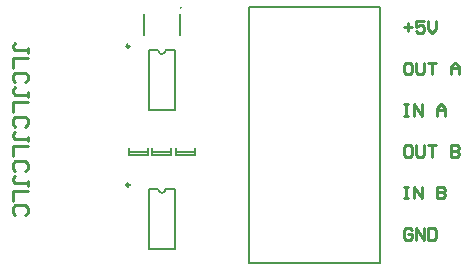
<source format=gto>
G04*
G04 #@! TF.GenerationSoftware,Altium Limited,Altium Designer,18.1.7 (191)*
G04*
G04 Layer_Color=65535*
%FSLAX44Y44*%
%MOMM*%
G71*
G01*
G75*
%ADD10C,0.2500*%
%ADD11C,0.2000*%
%ADD12C,0.1500*%
%ADD13C,0.2540*%
D10*
X1877500Y1296400D02*
G03*
X1877500Y1296400I-1250J0D01*
G01*
Y1413900D02*
G03*
X1877500Y1413900I-1250J0D01*
G01*
D11*
X1901825Y1292850D02*
G03*
X1908175Y1292850I3175J0D01*
G01*
X1901825Y1410350D02*
G03*
X1908175Y1410350I3175J0D01*
G01*
X1921500Y1446500D02*
G03*
X1921500Y1446500I-500J0D01*
G01*
X1979000Y1447000D02*
X2090000D01*
X1979000Y1230000D02*
X2090000D01*
Y1447000D01*
X1979000Y1230000D02*
Y1447000D01*
X1917000Y1322000D02*
Y1328000D01*
X1933000Y1322000D02*
Y1328000D01*
X1917000Y1322000D02*
X1933000D01*
X1917000Y1323900D02*
X1933000D01*
X1897000Y1322000D02*
Y1328000D01*
X1913000Y1322000D02*
Y1328000D01*
X1897000Y1322000D02*
X1913000D01*
X1897000Y1323900D02*
X1913000D01*
X1877000Y1322000D02*
Y1328000D01*
X1893000Y1322000D02*
Y1328000D01*
X1877000Y1322000D02*
X1893000D01*
X1877000Y1323900D02*
X1893000D01*
X1893850Y1242050D02*
Y1292850D01*
Y1242050D02*
X1916150D01*
Y1292850D01*
X1908175D02*
X1916150D01*
X1893850D02*
X1901825D01*
X1893850Y1359550D02*
Y1410350D01*
Y1359550D02*
X1916150D01*
Y1410350D01*
X1908175D02*
X1916150D01*
X1893850D02*
X1901825D01*
D12*
X1889500Y1441500D02*
X1890000D01*
X1889500Y1423500D02*
X1890000D01*
X1920000Y1441500D02*
X1920500D01*
X1920000Y1423500D02*
X1920500D01*
Y1441500D01*
X1889500Y1423500D02*
Y1441500D01*
D13*
X2110040Y1430000D02*
X2116705D01*
X2113372Y1433332D02*
Y1426668D01*
X2126701Y1434998D02*
X2120037D01*
Y1430000D01*
X2123369Y1431666D01*
X2125035D01*
X2126701Y1430000D01*
Y1426668D01*
X2125035Y1425002D01*
X2121703D01*
X2120037Y1426668D01*
X2130034Y1434998D02*
Y1428334D01*
X2133366Y1425002D01*
X2136698Y1428334D01*
Y1434998D01*
X1791248Y1408151D02*
Y1412316D01*
Y1410234D01*
X1780835D01*
X1778752Y1412316D01*
Y1414399D01*
X1780835Y1416482D01*
X1791248Y1403986D02*
X1778752D01*
Y1395655D01*
X1789165Y1383159D02*
X1791248Y1385242D01*
Y1389407D01*
X1789165Y1391490D01*
X1780835D01*
X1778752Y1389407D01*
Y1385242D01*
X1780835Y1383159D01*
X1791248Y1370663D02*
Y1374829D01*
Y1372746D01*
X1780835D01*
X1778752Y1374829D01*
Y1376911D01*
X1780835Y1378994D01*
X1791248Y1366498D02*
X1778752D01*
Y1358167D01*
X1789165Y1345671D02*
X1791248Y1347754D01*
Y1351919D01*
X1789165Y1354002D01*
X1780835D01*
X1778752Y1351919D01*
Y1347754D01*
X1780835Y1345671D01*
X1791248Y1333175D02*
Y1337341D01*
Y1335258D01*
X1780835D01*
X1778752Y1337341D01*
Y1339423D01*
X1780835Y1341506D01*
X1791248Y1329010D02*
X1778752D01*
Y1320679D01*
X1789165Y1308183D02*
X1791248Y1310266D01*
Y1314431D01*
X1789165Y1316514D01*
X1780835D01*
X1778752Y1314431D01*
Y1310266D01*
X1780835Y1308183D01*
X1791248Y1295688D02*
Y1299853D01*
Y1297770D01*
X1780835D01*
X1778752Y1299853D01*
Y1301935D01*
X1780835Y1304018D01*
X1791248Y1291522D02*
X1778752D01*
Y1283192D01*
X1789165Y1270696D02*
X1791248Y1272778D01*
Y1276944D01*
X1789165Y1279026D01*
X1780835D01*
X1778752Y1276944D01*
Y1272778D01*
X1780835Y1270696D01*
X2116705Y1258332D02*
X2115038Y1259998D01*
X2111706D01*
X2110040Y1258332D01*
Y1251668D01*
X2111706Y1250002D01*
X2115038D01*
X2116705Y1251668D01*
Y1255000D01*
X2113372D01*
X2120037Y1250002D02*
Y1259998D01*
X2126701Y1250002D01*
Y1259998D01*
X2130034D02*
Y1250002D01*
X2135032D01*
X2136698Y1251668D01*
Y1258332D01*
X2135032Y1259998D01*
X2130034D01*
X2115038Y1329998D02*
X2111706D01*
X2110040Y1328332D01*
Y1321668D01*
X2111706Y1320002D01*
X2115038D01*
X2116705Y1321668D01*
Y1328332D01*
X2115038Y1329998D01*
X2120037D02*
Y1321668D01*
X2121703Y1320002D01*
X2125035D01*
X2126701Y1321668D01*
Y1329998D01*
X2130034D02*
X2136698D01*
X2133366D01*
Y1320002D01*
X2150027Y1329998D02*
Y1320002D01*
X2155025D01*
X2156692Y1321668D01*
Y1323334D01*
X2155025Y1325000D01*
X2150027D01*
X2155025D01*
X2156692Y1326666D01*
Y1328332D01*
X2155025Y1329998D01*
X2150027D01*
X2110040Y1364998D02*
X2113372D01*
X2111706D01*
Y1355002D01*
X2110040D01*
X2113372D01*
X2118371D02*
Y1364998D01*
X2125035Y1355002D01*
Y1364998D01*
X2138364Y1355002D02*
Y1361666D01*
X2141696Y1364998D01*
X2145029Y1361666D01*
Y1355002D01*
Y1360000D01*
X2138364D01*
X2115038Y1399998D02*
X2111706D01*
X2110040Y1398332D01*
Y1391668D01*
X2111706Y1390002D01*
X2115038D01*
X2116705Y1391668D01*
Y1398332D01*
X2115038Y1399998D01*
X2120037D02*
Y1391668D01*
X2121703Y1390002D01*
X2125035D01*
X2126701Y1391668D01*
Y1399998D01*
X2130034D02*
X2136698D01*
X2133366D01*
Y1390002D01*
X2150027D02*
Y1396666D01*
X2153359Y1399998D01*
X2156692Y1396666D01*
Y1390002D01*
Y1395000D01*
X2150027D01*
X2110040Y1294998D02*
X2113372D01*
X2111706D01*
Y1285002D01*
X2110040D01*
X2113372D01*
X2118371D02*
Y1294998D01*
X2125035Y1285002D01*
Y1294998D01*
X2138364D02*
Y1285002D01*
X2143363D01*
X2145029Y1286668D01*
Y1288334D01*
X2143363Y1290000D01*
X2138364D01*
X2143363D01*
X2145029Y1291666D01*
Y1293332D01*
X2143363Y1294998D01*
X2138364D01*
M02*

</source>
